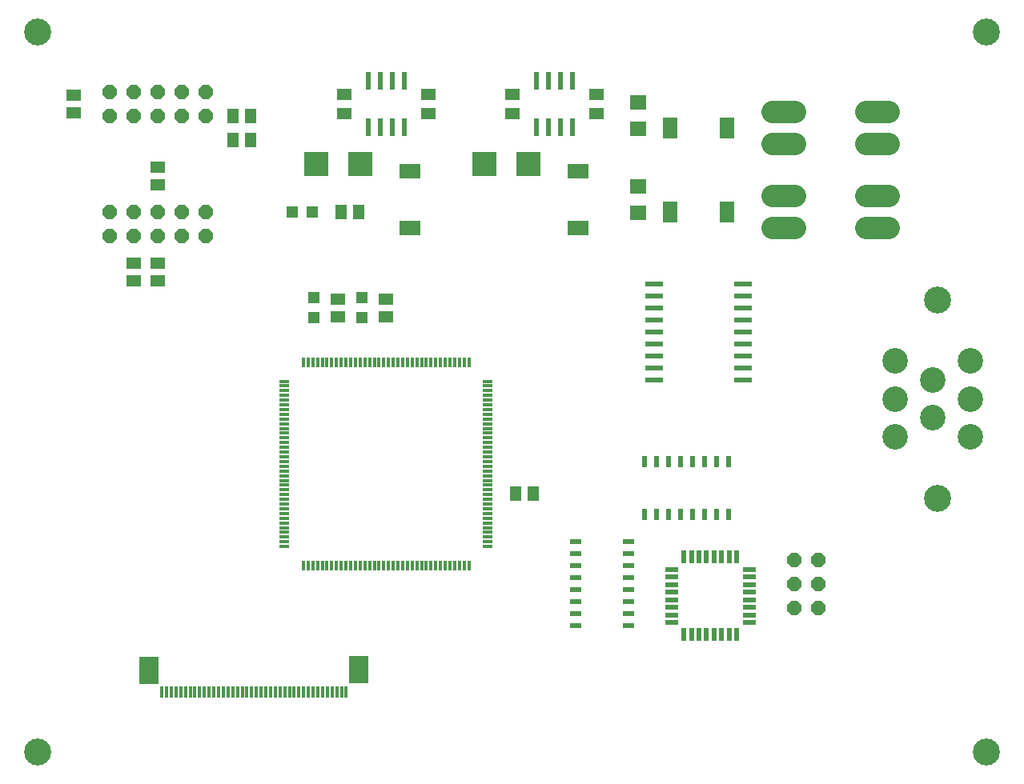
<source format=gts>
G75*
%MOIN*%
%OFA0B0*%
%FSLAX25Y25*%
%IPPOS*%
%LPD*%
%AMOC8*
5,1,8,0,0,1.08239X$1,22.5*
%
%ADD10C,0.11200*%
%ADD11OC8,0.06000*%
%ADD12R,0.04724X0.04724*%
%ADD13R,0.05906X0.05118*%
%ADD14R,0.05118X0.05906*%
%ADD15R,0.07800X0.02200*%
%ADD16R,0.05800X0.02000*%
%ADD17R,0.02000X0.05800*%
%ADD18R,0.02362X0.04724*%
%ADD19R,0.04724X0.02362*%
%ADD20R,0.01181X0.04921*%
%ADD21R,0.07874X0.11811*%
%ADD22C,0.11220*%
%ADD23C,0.10630*%
%ADD24R,0.03937X0.01181*%
%ADD25R,0.01181X0.03937*%
%ADD26R,0.07087X0.06299*%
%ADD27R,0.06299X0.08661*%
%ADD28C,0.09449*%
%ADD29R,0.02200X0.07800*%
%ADD30R,0.06299X0.05118*%
%ADD31R,0.10000X0.10000*%
%ADD32R,0.08661X0.06299*%
D10*
X0040762Y0016800D03*
X0435762Y0016800D03*
X0435762Y0316800D03*
X0040762Y0316800D03*
D11*
X0070762Y0291800D03*
X0080762Y0291800D03*
X0090762Y0291800D03*
X0100762Y0291800D03*
X0110762Y0291800D03*
X0110762Y0281800D03*
X0100762Y0281800D03*
X0090762Y0281800D03*
X0080762Y0281800D03*
X0070762Y0281800D03*
X0070762Y0241800D03*
X0080762Y0241800D03*
X0090762Y0241800D03*
X0100762Y0241800D03*
X0110762Y0241800D03*
X0110762Y0231800D03*
X0100762Y0231800D03*
X0090762Y0231800D03*
X0080762Y0231800D03*
X0070762Y0231800D03*
X0355762Y0096800D03*
X0365762Y0096800D03*
X0365762Y0086800D03*
X0365762Y0076800D03*
X0355762Y0076800D03*
X0355762Y0086800D03*
D12*
X0175762Y0197666D03*
X0175762Y0205934D03*
X0155762Y0205934D03*
X0155762Y0197666D03*
X0154896Y0241800D03*
X0146628Y0241800D03*
D13*
X0165762Y0205540D03*
X0165762Y0198060D03*
X0185762Y0198060D03*
X0185762Y0205540D03*
X0090762Y0213060D03*
X0090762Y0220540D03*
X0080762Y0220540D03*
X0080762Y0213060D03*
X0090762Y0253060D03*
X0090762Y0260540D03*
X0055762Y0283060D03*
X0055762Y0290540D03*
D14*
X0122022Y0281800D03*
X0129502Y0281800D03*
X0129502Y0271800D03*
X0122022Y0271800D03*
X0167022Y0241800D03*
X0174502Y0241800D03*
X0239522Y0124300D03*
X0247002Y0124300D03*
D15*
X0297262Y0171800D03*
X0297262Y0176800D03*
X0297262Y0181800D03*
X0297262Y0186800D03*
X0297262Y0191800D03*
X0297262Y0196800D03*
X0297262Y0201800D03*
X0297262Y0206800D03*
X0297262Y0211800D03*
X0334262Y0211800D03*
X0334262Y0206800D03*
X0334262Y0201800D03*
X0334262Y0196800D03*
X0334262Y0191800D03*
X0334262Y0186800D03*
X0334262Y0181800D03*
X0334262Y0176800D03*
X0334262Y0171800D03*
D16*
X0336962Y0092800D03*
X0336962Y0089700D03*
X0336962Y0086500D03*
X0336962Y0083400D03*
X0336962Y0080200D03*
X0336962Y0077100D03*
X0336962Y0073900D03*
X0336962Y0070800D03*
X0304562Y0070800D03*
X0304562Y0073900D03*
X0304562Y0077100D03*
X0304562Y0080200D03*
X0304562Y0083400D03*
X0304562Y0086500D03*
X0304562Y0089700D03*
X0304562Y0092800D03*
D17*
X0309762Y0098000D03*
X0312862Y0098000D03*
X0316062Y0098000D03*
X0319162Y0098000D03*
X0322362Y0098000D03*
X0325462Y0098000D03*
X0328662Y0098000D03*
X0331762Y0098000D03*
X0331762Y0065600D03*
X0328662Y0065600D03*
X0325462Y0065600D03*
X0322362Y0065600D03*
X0319162Y0065600D03*
X0316062Y0065600D03*
X0312862Y0065600D03*
X0309762Y0065600D03*
D18*
X0308262Y0115776D03*
X0313262Y0115776D03*
X0318262Y0115776D03*
X0323262Y0115776D03*
X0328262Y0115776D03*
X0328262Y0137824D03*
X0323262Y0137824D03*
X0318262Y0137824D03*
X0313262Y0137824D03*
X0308262Y0137824D03*
X0303262Y0137824D03*
X0298262Y0137824D03*
X0293262Y0137824D03*
X0293262Y0115776D03*
X0298262Y0115776D03*
X0303262Y0115776D03*
D19*
X0286785Y0104300D03*
X0286785Y0099300D03*
X0286785Y0094300D03*
X0286785Y0089300D03*
X0286785Y0084300D03*
X0286785Y0079300D03*
X0286785Y0074300D03*
X0286785Y0069300D03*
X0264738Y0069300D03*
X0264738Y0074300D03*
X0264738Y0079300D03*
X0264738Y0084300D03*
X0264738Y0089300D03*
X0264738Y0094300D03*
X0264738Y0099300D03*
X0264738Y0104300D03*
D20*
X0169148Y0041800D03*
X0167179Y0041800D03*
X0165211Y0041800D03*
X0163242Y0041800D03*
X0161274Y0041800D03*
X0159305Y0041800D03*
X0157337Y0041800D03*
X0155368Y0041800D03*
X0153400Y0041800D03*
X0151431Y0041800D03*
X0149463Y0041800D03*
X0147494Y0041800D03*
X0145526Y0041800D03*
X0143557Y0041800D03*
X0141589Y0041800D03*
X0139620Y0041800D03*
X0137652Y0041800D03*
X0135683Y0041800D03*
X0133715Y0041800D03*
X0131746Y0041800D03*
X0129778Y0041800D03*
X0127809Y0041800D03*
X0125841Y0041800D03*
X0123872Y0041800D03*
X0121904Y0041800D03*
X0119935Y0041800D03*
X0117967Y0041800D03*
X0115998Y0041800D03*
X0114030Y0041800D03*
X0112061Y0041800D03*
X0110093Y0041800D03*
X0108124Y0041800D03*
X0106156Y0041800D03*
X0104187Y0041800D03*
X0102219Y0041800D03*
X0100250Y0041800D03*
X0098281Y0041800D03*
X0096313Y0041800D03*
X0094344Y0041800D03*
X0092376Y0041800D03*
D21*
X0087061Y0050855D03*
X0174463Y0051052D03*
D22*
X0415329Y0122548D03*
X0415329Y0205225D03*
D23*
X0429108Y0179635D03*
X0413360Y0171761D03*
X0429108Y0163887D03*
X0413360Y0156013D03*
X0429108Y0148139D03*
X0397612Y0148139D03*
X0397612Y0163887D03*
X0397612Y0179635D03*
D24*
X0228085Y0171249D03*
X0228085Y0169280D03*
X0228085Y0167312D03*
X0228085Y0165343D03*
X0228085Y0163375D03*
X0228085Y0161406D03*
X0228085Y0159438D03*
X0228085Y0157469D03*
X0228085Y0155501D03*
X0228085Y0153532D03*
X0228085Y0151564D03*
X0228085Y0149595D03*
X0228085Y0147627D03*
X0228085Y0145658D03*
X0228085Y0143690D03*
X0228085Y0141721D03*
X0228085Y0139753D03*
X0228085Y0137784D03*
X0228085Y0135816D03*
X0228085Y0133847D03*
X0228085Y0131879D03*
X0228085Y0129910D03*
X0228085Y0127942D03*
X0228085Y0125973D03*
X0228085Y0124005D03*
X0228085Y0122036D03*
X0228085Y0120068D03*
X0228085Y0118099D03*
X0228085Y0116131D03*
X0228085Y0114162D03*
X0228085Y0112194D03*
X0228085Y0110225D03*
X0228085Y0108257D03*
X0228085Y0106288D03*
X0228085Y0104320D03*
X0228085Y0102351D03*
X0143439Y0102351D03*
X0143439Y0104320D03*
X0143439Y0106288D03*
X0143439Y0108257D03*
X0143439Y0110225D03*
X0143439Y0112194D03*
X0143439Y0114162D03*
X0143439Y0116131D03*
X0143439Y0118099D03*
X0143439Y0120068D03*
X0143439Y0122036D03*
X0143439Y0124005D03*
X0143439Y0125973D03*
X0143439Y0127942D03*
X0143439Y0129910D03*
X0143439Y0131879D03*
X0143439Y0133847D03*
X0143439Y0135816D03*
X0143439Y0137784D03*
X0143439Y0139753D03*
X0143439Y0141721D03*
X0143439Y0143690D03*
X0143439Y0145658D03*
X0143439Y0147627D03*
X0143439Y0149595D03*
X0143439Y0151564D03*
X0143439Y0153532D03*
X0143439Y0155501D03*
X0143439Y0157469D03*
X0143439Y0159438D03*
X0143439Y0161406D03*
X0143439Y0163375D03*
X0143439Y0165343D03*
X0143439Y0167312D03*
X0143439Y0169280D03*
X0143439Y0171249D03*
D25*
X0151313Y0179123D03*
X0153281Y0179123D03*
X0155250Y0179123D03*
X0157219Y0179123D03*
X0159187Y0179123D03*
X0161156Y0179123D03*
X0163124Y0179123D03*
X0165093Y0179123D03*
X0167061Y0179123D03*
X0169030Y0179123D03*
X0170998Y0179123D03*
X0172967Y0179123D03*
X0174935Y0179123D03*
X0176904Y0179123D03*
X0178872Y0179123D03*
X0180841Y0179123D03*
X0182809Y0179123D03*
X0184778Y0179123D03*
X0186746Y0179123D03*
X0188715Y0179123D03*
X0190683Y0179123D03*
X0192652Y0179123D03*
X0194620Y0179123D03*
X0196589Y0179123D03*
X0198557Y0179123D03*
X0200526Y0179123D03*
X0202494Y0179123D03*
X0204463Y0179123D03*
X0206431Y0179123D03*
X0208400Y0179123D03*
X0210368Y0179123D03*
X0212337Y0179123D03*
X0214305Y0179123D03*
X0216274Y0179123D03*
X0218242Y0179123D03*
X0220211Y0179123D03*
X0220211Y0094477D03*
X0218242Y0094477D03*
X0216274Y0094477D03*
X0214305Y0094477D03*
X0212337Y0094477D03*
X0210368Y0094477D03*
X0208400Y0094477D03*
X0206431Y0094477D03*
X0204463Y0094477D03*
X0202494Y0094477D03*
X0200526Y0094477D03*
X0198557Y0094477D03*
X0196589Y0094477D03*
X0194620Y0094477D03*
X0192652Y0094477D03*
X0190683Y0094477D03*
X0188715Y0094477D03*
X0186746Y0094477D03*
X0184778Y0094477D03*
X0182809Y0094477D03*
X0180841Y0094477D03*
X0178872Y0094477D03*
X0176904Y0094477D03*
X0174935Y0094477D03*
X0172967Y0094477D03*
X0170998Y0094477D03*
X0169030Y0094477D03*
X0167061Y0094477D03*
X0165093Y0094477D03*
X0163124Y0094477D03*
X0161156Y0094477D03*
X0159187Y0094477D03*
X0157219Y0094477D03*
X0155250Y0094477D03*
X0153281Y0094477D03*
X0151313Y0094477D03*
D26*
X0290762Y0241288D03*
X0290762Y0252312D03*
X0290762Y0276288D03*
X0290762Y0287312D03*
D27*
X0303951Y0276800D03*
X0327573Y0276800D03*
X0327573Y0241800D03*
X0303951Y0241800D03*
D28*
X0346510Y0235107D02*
X0355959Y0235107D01*
X0355959Y0248493D02*
X0346510Y0248493D01*
X0346510Y0270107D02*
X0355959Y0270107D01*
X0355959Y0283493D02*
X0346510Y0283493D01*
X0385565Y0283493D02*
X0395014Y0283493D01*
X0395014Y0270107D02*
X0385565Y0270107D01*
X0385565Y0248493D02*
X0395014Y0248493D01*
X0395014Y0235107D02*
X0385565Y0235107D01*
D29*
X0263262Y0277100D03*
X0258262Y0277100D03*
X0253262Y0277100D03*
X0248262Y0277100D03*
X0248262Y0296500D03*
X0253262Y0296500D03*
X0258262Y0296500D03*
X0263262Y0296500D03*
X0193262Y0296500D03*
X0188262Y0296500D03*
X0183262Y0296500D03*
X0178262Y0296500D03*
X0178262Y0277100D03*
X0183262Y0277100D03*
X0188262Y0277100D03*
X0193262Y0277100D03*
D30*
X0203262Y0282863D03*
X0203262Y0290737D03*
X0168262Y0290737D03*
X0168262Y0282863D03*
X0238262Y0282863D03*
X0238262Y0290737D03*
X0273262Y0290737D03*
X0273262Y0282863D03*
D31*
X0245012Y0261800D03*
X0226512Y0261800D03*
X0175012Y0261800D03*
X0156512Y0261800D03*
D32*
X0195762Y0258611D03*
X0195762Y0234989D03*
X0265762Y0234989D03*
X0265762Y0258611D03*
M02*

</source>
